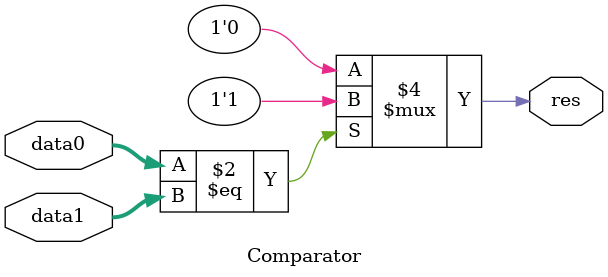
<source format=v>
module Comparator(data0,data1,res);
input	[31:0]	data0,data1;
output			res;
reg				res;

always@(data0 or data1) begin
	if(data0==data1) 
		res <=	1;
	else 
		res	<=	0;
end
endmodule

</source>
